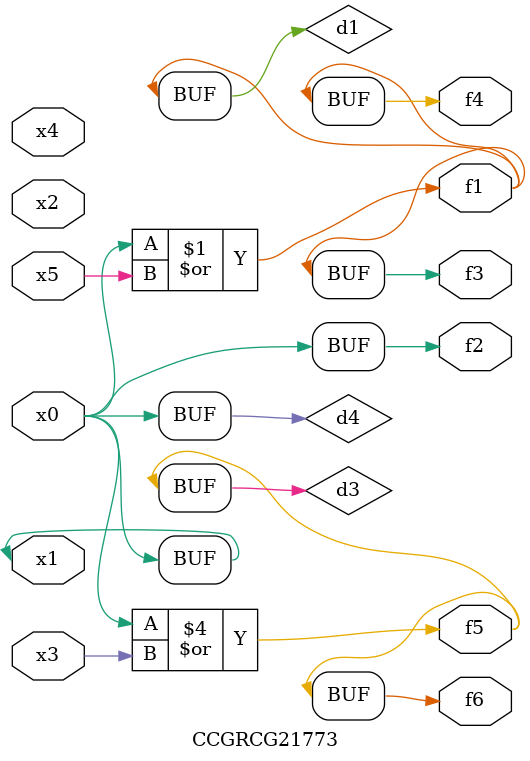
<source format=v>
module CCGRCG21773(
	input x0, x1, x2, x3, x4, x5,
	output f1, f2, f3, f4, f5, f6
);

	wire d1, d2, d3, d4;

	or (d1, x0, x5);
	xnor (d2, x1, x4);
	or (d3, x0, x3);
	buf (d4, x0, x1);
	assign f1 = d1;
	assign f2 = d4;
	assign f3 = d1;
	assign f4 = d1;
	assign f5 = d3;
	assign f6 = d3;
endmodule

</source>
